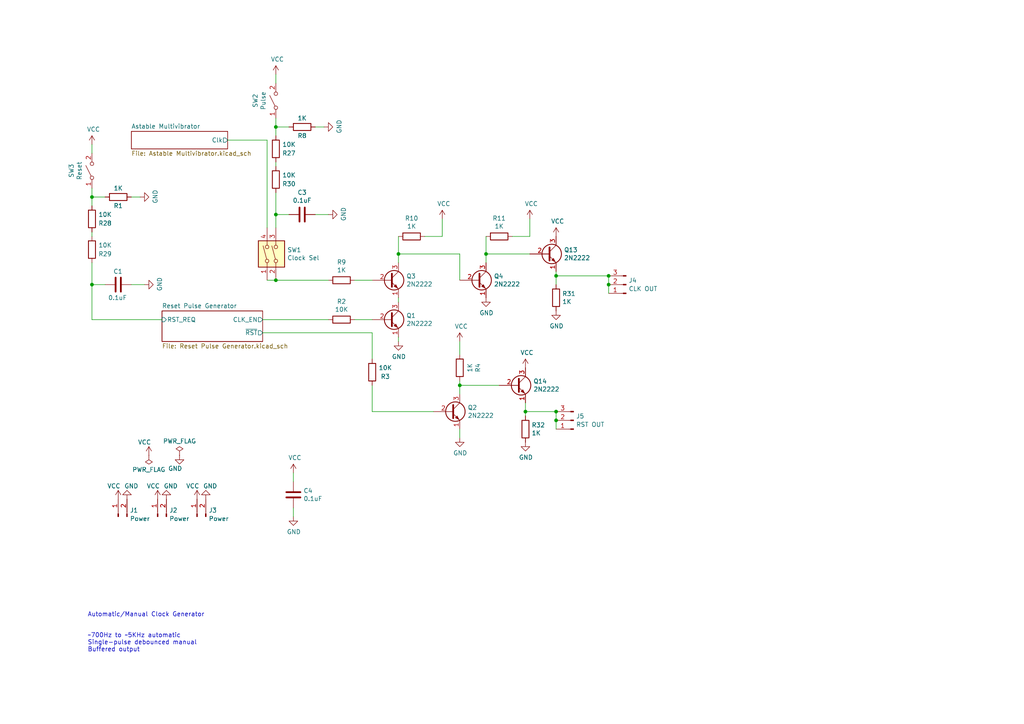
<source format=kicad_sch>
(kicad_sch (version 20230121) (generator eeschema)
  (paper "A4")
  (title_block (title "Clock and Reset Generator") (date "2023-12-04") (rev "2"))
  (lib_symbols
    (symbol "2n2222:2N2222" (pin_names (offset 0) hide)
      (property "Reference" "Q" (at 5.08 1.905 0))
      (property "Value" "2N2222" (at 5.08 0 0))
      (symbol "2N2222_0_1"
        (polyline (pts (xy 0.635 0.635) (xy 2.54 2.54)))
        (polyline (pts (xy 0.635 -0.635) (xy 2.54 -2.54) (xy 2.54 -2.54)))
        (polyline (pts (xy 0.635 1.905) (xy 0.635 -1.905) (xy 0.635 -1.905)) (stroke (width 0.508)))
        (polyline (pts (xy 1.27 -1.778) (xy 1.778 -1.27) (xy 2.286 -2.286) (xy 1.27 -1.778) (xy 1.27 -1.778)) (fill (type outline)))
        (circle (center 1.27 0) (radius 2.8194) (stroke (width 0.254)))
      )
      (symbol "2N2222_1_1"
        (pin passive line (at 2.54 -5.08 90) (length 2.54) (name "E") (number "1"))
        (pin passive line (at -5.08 0 0) (length 5.715) (name "B") (number "2"))
        (pin passive line (at 2.54 5.08 270) (length 2.54) (name "C") (number "3"))
      )
    )
    (symbol "Connector:Conn_01x02_Pin" (pin_names (offset 1.016) hide)
      (property "Reference" "J" (at 0 2.54 0))
      (property "Value" "Conn_01x02_Pin" (at 0 -5.08 0))
      (symbol "Conn_01x02_Pin_1_1"
        (polyline (pts (xy 1.27 -2.54) (xy 0.8636 -2.54)) (stroke (width 0.1524)))
        (polyline (pts (xy 1.27 0) (xy 0.8636 0)) (stroke (width 0.1524)))
        (rectangle (start 0.8636 -2.413) (end 0 -2.667) (stroke (width 0.1524)) (fill (type outline)))
        (rectangle (start 0.8636 0.127) (end 0 -0.127) (stroke (width 0.1524)) (fill (type outline)))
        (pin passive line (at 5.08 0 180) (length 3.81) (name "Pin_1") (number "1"))
        (pin passive line (at 5.08 -2.54 180) (length 3.81) (name "Pin_2") (number "2"))
      )
    )
    (symbol "Connector:Conn_01x03_Pin" (pin_names (offset 1.016) hide)
      (property "Reference" "J" (at 0 5.08 0))
      (property "Value" "Conn_01x03_Pin" (at 0 -5.08 0))
      (symbol "Conn_01x03_Pin_1_1"
        (polyline (pts (xy 1.27 -2.54) (xy 0.8636 -2.54)) (stroke (width 0.1524)))
        (polyline (pts (xy 1.27 0) (xy 0.8636 0)) (stroke (width 0.1524)))
        (polyline (pts (xy 1.27 2.54) (xy 0.8636 2.54)) (stroke (width 0.1524)))
        (rectangle (start 0.8636 -2.413) (end 0 -2.667) (stroke (width 0.1524)) (fill (type outline)))
        (rectangle (start 0.8636 0.127) (end 0 -0.127) (stroke (width 0.1524)) (fill (type outline)))
        (rectangle (start 0.8636 2.667) (end 0 2.413) (stroke (width 0.1524)) (fill (type outline)))
        (pin passive line (at 5.08 2.54 180) (length 3.81) (name "Pin_1") (number "1"))
        (pin passive line (at 5.08 0 180) (length 3.81) (name "Pin_2") (number "2"))
        (pin passive line (at 5.08 -2.54 180) (length 3.81) (name "Pin_3") (number "3"))
      )
    )
    (symbol "Device:C" (pin_numbers hide) (pin_names (offset 0.254))
      (property "Reference" "C" (at 0.635 2.54 0))
      (property "Value" "C" (at 0.635 -2.54 0))
      (symbol "C_0_1"
        (polyline (pts (xy -2.032 -0.762) (xy 2.032 -0.762)) (stroke (width 0.508)))
        (polyline (pts (xy -2.032 0.762) (xy 2.032 0.762)) (stroke (width 0.508)))
      )
      (symbol "C_1_1"
        (pin passive line (at 0 3.81 270) (length 2.794) (name "~") (number "1"))
        (pin passive line (at 0 -3.81 90) (length 2.794) (name "~") (number "2"))
      )
    )
    (symbol "Device:R" (pin_numbers hide) (pin_names (offset 0))
      (property "Reference" "R" (at 2.032 0 90))
      (property "Value" "R" (at 0 0 90))
      (symbol "R_0_1"
        (rectangle (start -1.016 -2.54) (end 1.016 2.54) (stroke (width 0.254)))
      )
      (symbol "R_1_1"
        (pin passive line (at 0 3.81 270) (length 1.27) (name "~") (number "1"))
        (pin passive line (at 0 -3.81 90) (length 1.27) (name "~") (number "2"))
      )
    )
    (symbol "Switch:SW_DIP_x02" (pin_names (offset 0) hide)
      (property "Reference" "SW" (at 0 6.35 0))
      (property "Value" "SW_DIP_x02" (at 0 -3.81 0))
      (symbol "SW_DIP_x02_0_0"
        (circle (center -2.032 0) (radius 0.508))
        (circle (center -2.032 2.54) (radius 0.508))
        (polyline (pts (xy -1.524 0.127) (xy 2.3622 1.1684)))
        (polyline (pts (xy -1.524 2.667) (xy 2.3622 3.7084)))
        (circle (center 2.032 0) (radius 0.508))
        (circle (center 2.032 2.54) (radius 0.508))
      )
      (symbol "SW_DIP_x02_0_1"
        (rectangle (start -3.81 5.08) (end 3.81 -2.54) (stroke (width 0.254)) (fill (type background)))
      )
      (symbol "SW_DIP_x02_1_1"
        (pin passive line (at -7.62 2.54 0) (length 5.08) (name "~") (number "1"))
        (pin passive line (at -7.62 0 0) (length 5.08) (name "~") (number "2"))
        (pin passive line (at 7.62 0 180) (length 5.08) (name "~") (number "3"))
        (pin passive line (at 7.62 2.54 180) (length 5.08) (name "~") (number "4"))
      )
    )
    (symbol "Switch:SW_SPST" (pin_names (offset 0) hide)
      (property "Reference" "SW" (at 0 3.175 0))
      (property "Value" "SW_SPST" (at 0 -2.54 0))
      (symbol "SW_SPST_0_0"
        (circle (center -2.032 0) (radius 0.508))
        (polyline (pts (xy -1.524 0.254) (xy 1.524 1.778)))
        (circle (center 2.032 0) (radius 0.508))
      )
      (symbol "SW_SPST_1_1"
        (pin passive line (at -5.08 0 0) (length 2.54) (name "A") (number "1"))
        (pin passive line (at 5.08 0 180) (length 2.54) (name "B") (number "2"))
      )
    )
    (symbol "power:GND" (power) (pin_names (offset 0))
      (property "Value" "GND" (at 0 -3.81 0))
      (symbol "GND_0_1"
        (polyline (pts (xy 0 0) (xy 0 -1.27) (xy 1.27 -1.27) (xy 0 -2.54) (xy -1.27 -1.27) (xy 0 -1.27)))
      )
      (symbol "GND_1_1"
        (pin power_in line (at 0 0 270) (length 0) hide (name "GND") (number "1"))
      )
    )
    (symbol "power:PWR_FLAG" (power) (pin_numbers hide) (pin_names (offset 0) hide)
      (property "Value" "PWR_FLAG" (at 0 3.81 0))
      (symbol "PWR_FLAG_0_0"
        (pin power_out line (at 0 0 90) (length 0) (name "pwr") (number "1"))
      )
      (symbol "PWR_FLAG_0_1"
        (polyline (pts (xy 0 0) (xy 0 1.27) (xy -1.016 1.905) (xy 0 2.54) (xy 1.016 1.905) (xy 0 1.27)))
      )
    )
    (symbol "power:VCC" (power) (pin_names (offset 0))
      (property "Value" "VCC" (at 0 3.81 0))
      (symbol "VCC_0_1"
        (polyline (pts (xy -0.762 1.27) (xy 0 2.54)))
        (polyline (pts (xy 0 0) (xy 0 2.54)))
        (polyline (pts (xy 0 2.54) (xy 0.762 1.27)))
      )
      (symbol "VCC_1_1"
        (pin power_in line (at 0 0 90) (length 0) hide (name "VCC") (number "1"))
      )
    )
  )
  (junction (at 26.67 57.15))
  (junction (at 176.53 82.55))
  (junction (at 140.97 73.66))
  (junction (at 80.01 36.83))
  (junction (at 80.01 62.23))
  (junction (at 152.4 119.38))
  (junction (at 115.57 73.66))
  (junction (at 161.29 121.92))
  (junction (at 133.35 111.76))
  (junction (at 176.53 80.01))
  (junction (at 80.01 81.28))
  (junction (at 161.29 80.01))
  (junction (at 161.29 119.38))
  (junction (at 26.67 82.55))
  (wire (pts (xy 80.01 62.23) (xy 80.01 66.04)))
  (wire (pts (xy 133.35 73.66) (xy 133.35 81.28)))
  (wire (pts (xy 26.67 82.55) (xy 26.67 92.71)))
  (wire (pts (xy 153.67 73.66) (xy 140.97 73.66)))
  (wire (pts (xy 140.97 73.66) (xy 140.97 68.58)))
  (wire (pts (xy 161.29 121.92) (xy 161.29 124.46)))
  (wire (pts (xy 144.78 111.76) (xy 133.35 111.76)))
  (wire (pts (xy 80.01 36.83) (xy 80.01 39.37)))
  (wire (pts (xy 26.67 57.15) (xy 26.67 59.69)))
  (wire (pts (xy 161.29 119.38) (xy 161.29 121.92)))
  (wire (pts (xy 115.57 76.2) (xy 115.57 73.66)))
  (wire (pts (xy 133.35 111.76) (xy 133.35 110.49)))
  (wire (pts (xy 91.44 62.23) (xy 95.25 62.23)))
  (wire (pts (xy 161.29 80.01) (xy 176.53 80.01)))
  (wire (pts (xy 91.44 36.83) (xy 93.98 36.83)))
  (wire (pts (xy 107.95 119.38) (xy 125.73 119.38)))
  (wire (pts (xy 38.1 82.55) (xy 41.91 82.55)))
  (wire (pts (xy 115.57 73.66) (xy 133.35 73.66)))
  (wire (pts (xy 102.87 81.28) (xy 107.95 81.28)))
  (wire (pts (xy 80.01 46.99) (xy 80.01 48.26)))
  (wire (pts (xy 140.97 76.2) (xy 140.97 73.66)))
  (wire (pts (xy 26.67 41.91) (xy 26.67 44.45)))
  (wire (pts (xy 66.04 40.64) (xy 77.47 40.64)))
  (wire (pts (xy 107.95 96.52) (xy 76.2 96.52)))
  (wire (pts (xy 80.01 36.83) (xy 83.82 36.83)))
  (wire (pts (xy 46.99 92.71) (xy 26.67 92.71)))
  (wire (pts (xy 133.35 127) (xy 133.35 124.46)))
  (wire (pts (xy 176.53 80.01) (xy 176.53 82.55)))
  (wire (pts (xy 80.01 81.28) (xy 95.25 81.28)))
  (wire (pts (xy 133.35 114.3) (xy 133.35 111.76)))
  (wire (pts (xy 133.35 102.87) (xy 133.35 99.06)))
  (wire (pts (xy 115.57 73.66) (xy 115.57 68.58)))
  (wire (pts (xy 77.47 40.64) (xy 77.47 66.04)))
  (wire (pts (xy 153.67 68.58) (xy 153.67 63.5)))
  (wire (pts (xy 128.27 68.58) (xy 128.27 63.5)))
  (wire (pts (xy 85.09 149.86) (xy 85.09 147.32)))
  (wire (pts (xy 26.67 54.61) (xy 26.67 57.15)))
  (wire (pts (xy 152.4 119.38) (xy 152.4 116.84)))
  (wire (pts (xy 26.67 76.2) (xy 26.67 82.55)))
  (wire (pts (xy 102.87 92.71) (xy 107.95 92.71)))
  (wire (pts (xy 115.57 99.06) (xy 115.57 97.79)))
  (wire (pts (xy 161.29 80.01) (xy 161.29 78.74)))
  (wire (pts (xy 152.4 120.65) (xy 152.4 119.38)))
  (wire (pts (xy 26.67 57.15) (xy 30.48 57.15)))
  (wire (pts (xy 26.67 67.31) (xy 26.67 68.58)))
  (wire (pts (xy 77.47 81.28) (xy 80.01 81.28)))
  (wire (pts (xy 80.01 34.29) (xy 80.01 36.83)))
  (wire (pts (xy 80.01 55.88) (xy 80.01 62.23)))
  (wire (pts (xy 76.2 92.71) (xy 95.25 92.71)))
  (wire (pts (xy 152.4 119.38) (xy 161.29 119.38)))
  (wire (pts (xy 107.95 111.76) (xy 107.95 119.38)))
  (wire (pts (xy 38.1 57.15) (xy 40.64 57.15)))
  (wire (pts (xy 107.95 96.52) (xy 107.95 104.14)))
  (wire (pts (xy 26.67 82.55) (xy 30.48 82.55)))
  (wire (pts (xy 115.57 86.36) (xy 115.57 87.63)))
  (wire (pts (xy 85.09 139.7) (xy 85.09 137.16)))
  (wire (pts (xy 148.59 68.58) (xy 153.67 68.58)))
  (wire (pts (xy 80.01 21.59) (xy 80.01 24.13)))
  (wire (pts (xy 80.01 62.23) (xy 83.82 62.23)))
  (wire (pts (xy 123.19 68.58) (xy 128.27 68.58)))
  (wire (pts (xy 176.53 82.55) (xy 176.53 85.09)))
  (wire (pts (xy 161.29 82.55) (xy 161.29 80.01)))
  (text "~700Hz to ~5KHz automatic\nSingle-pulse debounced manual\nBuffered output" (at 25.4 189.23 0) (effects (font (size 1.27 1.27)) (justify left bottom)))
  (text "Automatic/Manual Clock Generator" (at 25.4 179.07 0) (effects (font (size 1.27 1.27)) (justify left bottom)))
  (symbol (lib_id "power:VCC") (at 34.29 144.78 0) (unit 1)
    (property "Reference" "#PWR0101" (effects hide))
    (property "Value" "VCC" (at 33.02 140.97 0))
  )
  (symbol (lib_id "power:VCC") (at 45.72 144.78 0) (unit 1)
    (property "Reference" "#PWR0102" (effects hide))
    (property "Value" "VCC" (at 44.45 140.97 0))
  )
  (symbol (lib_id "power:VCC") (at 57.15 144.78 0) (unit 1)
    (property "Reference" "#PWR0103" (effects hide))
    (property "Value" "VCC" (at 55.88 140.97 0))
  )
  (symbol (lib_id "power:GND") (at 36.83 144.78 180) (unit 1)
    (property "Reference" "#PWR0104" (effects hide))
    (property "Value" "GND" (at 38.1 140.97 0))
  )
  (symbol (lib_id "power:GND") (at 48.26 144.78 180) (unit 1)
    (property "Reference" "#PWR0105" (effects hide))
    (property "Value" "GND" (at 49.53 140.97 0))
  )
  (symbol (lib_id "power:GND") (at 59.69 144.78 180) (unit 1)
    (property "Reference" "#PWR0106" (effects hide))
    (property "Value" "GND" (at 60.96 140.97 0))
  )
  (symbol (lib_id "power:GND") (at 85.09 149.86 0) (unit 1)
    (property "Reference" "#PWR0107" (effects hide))
    (property "Value" "GND" (at 85.217 154.2542 0))
  )
  (symbol (lib_id "power:VCC") (at 85.09 137.16 0) (unit 1)
    (property "Reference" "#PWR0108" (effects hide))
    (property "Value" "VCC" (at 85.5218 132.7658 0))
  )
  (symbol (lib_id "Device:C") (at 85.09 143.51 0) (unit 1)
    (property "Reference" "C4" (at 88.011 142.3416 0) (effects (justify left)))
    (property "Value" "0.1uF" (at 88.011 144.653 0) (effects (justify left)))
    (property "Footprint" "Capacitor_THT:C_Disc_D4.3mm_W1.9mm_P5.00mm" (effects hide))
  )
  (symbol (lib_id "Switch:SW_DIP_x02") (at 80.01 73.66 90) (unit 1)
    (property "Reference" "SW1" (at 83.312 72.4916 90) (effects (justify right)))
    (property "Value" "Clock Sel" (at 83.312 74.803 90) (effects (justify right)))
    (property "Footprint" "Button_Switch_THT:SW_DIP_SPSTx02_Slide_9.78x7.26mm_W7.62mm_P2.54mm" (effects hide))
  )
  (symbol (lib_id "Device:R") (at 99.06 81.28 270) (unit 1)
    (property "Reference" "R9" (at 99.06 76.0222 90))
    (property "Value" "1K" (at 99.06 78.3336 90))
    (property "Footprint" "Resistor_THT:R_Axial_DIN0309_L9.0mm_D3.2mm_P12.70mm_Horizontal" (effects hide))
  )
  (symbol (lib_id "Device:R") (at 119.38 68.58 270) (unit 1)
    (property "Reference" "R10" (at 119.38 63.3222 90))
    (property "Value" "1K" (at 119.38 65.6336 90))
    (property "Footprint" "Resistor_THT:R_Axial_DIN0309_L9.0mm_D3.2mm_P12.70mm_Horizontal" (effects hide))
  )
  (symbol (lib_id "Device:R") (at 144.78 68.58 270) (unit 1)
    (property "Reference" "R11" (at 144.78 63.3222 90))
    (property "Value" "1K" (at 144.78 65.6336 90))
    (property "Footprint" "Resistor_THT:R_Axial_DIN0309_L9.0mm_D3.2mm_P12.70mm_Horizontal" (effects hide))
  )
  (symbol (lib_id "power:VCC") (at 128.27 63.5 0) (unit 1)
    (property "Reference" "#PWR0118" (effects hide))
    (property "Value" "VCC" (at 128.7018 59.1058 0))
  )
  (symbol (lib_id "power:VCC") (at 153.67 63.5 0) (unit 1)
    (property "Reference" "#PWR0119" (effects hide))
    (property "Value" "VCC" (at 154.1018 59.1058 0))
  )
  (symbol (lib_id "power:GND") (at 115.57 99.06 0) (unit 1)
    (property "Reference" "#PWR0120" (effects hide))
    (property "Value" "GND" (at 115.697 103.4542 0))
  )
  (symbol (lib_id "power:GND") (at 140.97 86.36 0) (unit 1)
    (property "Reference" "#PWR0121" (effects hide))
    (property "Value" "GND" (at 141.097 90.7542 0))
  )
  (symbol (lib_id "2n2222:2N2222") (at 113.03 81.28 0) (unit 1)
    (property "Reference" "Q3" (at 117.856 80.1116 0) (effects (justify left)))
    (property "Value" "2N2222" (at 117.856 82.423 0) (effects (justify left)))
    (property "Footprint" "Package_TO_SOT_THT:TO-92_Inline" (effects hide))
    (property "Datasheet" "https://www.fairchildsemi.com/datasheets/2N/2N3904.pdf" (effects hide))
  )
  (symbol (lib_id "2n2222:2N2222") (at 138.43 81.28 0) (unit 1)
    (property "Reference" "Q4" (at 143.256 80.1116 0) (effects (justify left)))
    (property "Value" "2N2222" (at 143.256 82.423 0) (effects (justify left)))
    (property "Footprint" "Package_TO_SOT_THT:TO-92_Inline" (effects hide))
    (property "Datasheet" "https://www.fairchildsemi.com/datasheets/2N/2N3904.pdf" (effects hide))
  )
  (symbol (lib_id "2n2222:2N2222") (at 113.03 92.71 0) (unit 1)
    (property "Reference" "Q1" (at 117.856 91.5416 0) (effects (justify left)))
    (property "Value" "2N2222" (at 117.856 93.853 0) (effects (justify left)))
    (property "Footprint" "Package_TO_SOT_THT:TO-92_Inline" (effects hide))
    (property "Datasheet" "https://www.fairchildsemi.com/datasheets/2N/2N3904.pdf" (effects hide))
  )
  (symbol (lib_id "Device:R") (at 99.06 92.71 270) (unit 1)
    (property "Reference" "R2" (at 99.06 87.4522 90))
    (property "Value" "10K" (at 99.06 89.7636 90))
    (property "Footprint" "Resistor_THT:R_Axial_DIN0309_L9.0mm_D3.2mm_P12.70mm_Horizontal" (effects hide))
  )
  (symbol (lib_id "Device:R") (at 133.35 106.68 180) (unit 1)
    (property "Reference" "R4" (at 138.6078 106.68 90))
    (property "Value" "1K" (at 136.2964 106.68 90))
    (property "Footprint" "Resistor_THT:R_Axial_DIN0309_L9.0mm_D3.2mm_P12.70mm_Horizontal" (effects hide))
  )
  (symbol (lib_id "power:VCC") (at 133.35 99.06 0) (unit 1)
    (property "Reference" "#PWR0111" (effects hide))
    (property "Value" "VCC" (at 133.7818 94.6658 0))
  )
  (symbol (lib_id "2n2222:2N2222") (at 130.81 119.38 0) (unit 1)
    (property "Reference" "Q2" (at 135.636 118.2116 0) (effects (justify left)))
    (property "Value" "2N2222" (at 135.636 120.523 0) (effects (justify left)))
    (property "Footprint" "Package_TO_SOT_THT:TO-92_Inline" (effects hide))
    (property "Datasheet" "https://www.fairchildsemi.com/datasheets/2N/2N3904.pdf" (effects hide))
  )
  (symbol (lib_id "power:GND") (at 133.35 127 0) (unit 1)
    (property "Reference" "#PWR0112" (effects hide))
    (property "Value" "GND" (at 133.477 131.3942 0))
  )
  (symbol (lib_id "Device:R") (at 107.95 107.95 180) (unit 1)
    (property "Reference" "R3" (at 111.76 109.22 0))
    (property "Value" "10K" (at 111.76 106.68 0))
    (property "Footprint" "Resistor_THT:R_Axial_DIN0309_L9.0mm_D3.2mm_P12.70mm_Horizontal" (effects hide))
  )
  (symbol (lib_id "Device:R") (at 26.67 72.39 180) (unit 1)
    (property "Reference" "R29" (at 30.48 73.66 0))
    (property "Value" "10K" (at 30.48 71.12 0))
    (property "Footprint" "Resistor_THT:R_Axial_DIN0309_L9.0mm_D3.2mm_P12.70mm_Horizontal" (effects hide))
  )
  (symbol (lib_id "power:VCC") (at 80.01 21.59 0) (unit 1)
    (property "Reference" "#PWR06" (effects hide))
    (property "Value" "VCC" (at 80.4418 17.1958 0))
  )
  (symbol (lib_id "Device:R") (at 80.01 43.18 180) (unit 1)
    (property "Reference" "R27" (at 83.82 44.45 0))
    (property "Value" "10K" (at 83.82 41.91 0))
    (property "Footprint" "Resistor_THT:R_Axial_DIN0309_L9.0mm_D3.2mm_P12.70mm_Horizontal" (effects hide))
  )
  (symbol (lib_id "power:GND") (at 161.29 90.17 0) (unit 1)
    (property "Reference" "#PWR05" (effects hide))
    (property "Value" "GND" (at 161.417 94.5642 0))
  )
  (symbol (lib_id "Device:R") (at 26.67 63.5 180) (unit 1)
    (property "Reference" "R28" (at 30.48 64.77 0))
    (property "Value" "10K" (at 30.48 62.23 0))
    (property "Footprint" "Resistor_THT:R_Axial_DIN0309_L9.0mm_D3.2mm_P12.70mm_Horizontal" (effects hide))
  )
  (symbol (lib_id "Connector:Conn_01x02_Pin") (at 57.15 149.86 90) (unit 1)
    (property "Reference" "J3" (at 60.5282 148.0129 90) (effects (justify right)))
    (property "Value" "Power" (at 60.5282 150.4371 90) (effects (justify right)))
    (property "Footprint" "Connector_PinHeader_2.54mm:PinHeader_1x02_P2.54mm_Vertical" (effects hide))
  )
  (symbol (lib_id "Connector:Conn_01x03_Pin") (at 181.61 82.55 180) (unit 1)
    (property "Reference" "J4" (at 182.3212 81.3379 0) (effects (justify right)))
    (property "Value" "CLK OUT" (at 182.3212 83.7621 0) (effects (justify right)))
    (property "Footprint" "Connector_PinHeader_2.54mm:PinHeader_1x03_P2.54mm_Vertical" (effects hide))
  )
  (symbol (lib_id "power:VCC") (at 43.18 132.08 0) (unit 1)
    (property "Reference" "#PWR011" (effects hide))
    (property "Value" "VCC" (at 41.91 128.27 0))
  )
  (symbol (lib_id "power:VCC") (at 152.4 106.68 0) (unit 1)
    (property "Reference" "#PWR09" (effects hide))
    (property "Value" "VCC" (at 152.8318 102.2858 0))
  )
  (symbol (lib_id "power:VCC") (at 161.29 68.58 0) (unit 1)
    (property "Reference" "#PWR01" (effects hide))
    (property "Value" "VCC" (at 161.7218 64.1858 0))
  )
  (symbol (lib_id "Connector:Conn_01x02_Pin") (at 34.29 149.86 90) (unit 1)
    (property "Reference" "J1" (at 37.6682 148.0129 90) (effects (justify right)))
    (property "Value" "Power" (at 37.6682 150.4371 90) (effects (justify right)))
    (property "Footprint" "Connector_PinHeader_2.54mm:PinHeader_1x02_P2.54mm_Vertical" (effects hide))
  )
  (symbol (lib_id "2n2222:2N2222") (at 149.86 111.76 0) (unit 1)
    (property "Reference" "Q14" (at 154.686 110.5916 0) (effects (justify left)))
    (property "Value" "2N2222" (at 154.686 112.903 0) (effects (justify left)))
    (property "Footprint" "Package_TO_SOT_THT:TO-92_Inline" (effects hide))
    (property "Datasheet" "https://www.fairchildsemi.com/datasheets/2N/2N3904.pdf" (effects hide))
  )
  (symbol (lib_id "power:GND") (at 93.98 36.83 90) (unit 1)
    (property "Reference" "#PWR07" (effects hide))
    (property "Value" "GND" (at 98.3742 36.703 0))
  )
  (symbol (lib_id "power:PWR_FLAG") (at 43.18 132.08 180) (unit 1)
    (property "Reference" "#FLG01" (effects hide))
    (property "Value" "PWR_FLAG" (at 43.18 136.2131 0))
  )
  (symbol (lib_id "Switch:SW_SPST") (at 26.67 49.53 90) (unit 1)
    (property "Reference" "SW3" (at 20.701 49.53 0))
    (property "Value" "Reset" (at 23.0124 49.53 0))
    (property "Footprint" "Button_Switch_THT:SW_PUSH_6mm_H5mm" (effects hide))
  )
  (symbol (lib_id "power:GND") (at 41.91 82.55 90) (unit 1)
    (property "Reference" "#PWR04" (effects hide))
    (property "Value" "GND" (at 46.3042 82.423 0))
  )
  (symbol (lib_id "2n2222:2N2222") (at 158.75 73.66 0) (unit 1)
    (property "Reference" "Q13" (at 163.576 72.4916 0) (effects (justify left)))
    (property "Value" "2N2222" (at 163.576 74.803 0) (effects (justify left)))
    (property "Footprint" "Package_TO_SOT_THT:TO-92_Inline" (effects hide))
    (property "Datasheet" "https://www.fairchildsemi.com/datasheets/2N/2N3904.pdf" (effects hide))
  )
  (symbol (lib_id "Switch:SW_SPST") (at 80.01 29.21 90) (unit 1)
    (property "Reference" "SW2" (at 74.041 29.21 0))
    (property "Value" "Pulse" (at 76.3524 29.21 0))
    (property "Footprint" "Button_Switch_THT:SW_PUSH_6mm_H5mm" (effects hide))
  )
  (symbol (lib_id "power:GND") (at 152.4 128.27 0) (unit 1)
    (property "Reference" "#PWR010" (effects hide))
    (property "Value" "GND" (at 152.527 132.6642 0))
  )
  (symbol (lib_id "power:GND") (at 52.07 132.08 0) (unit 1)
    (property "Reference" "#PWR012" (effects hide))
    (property "Value" "GND" (at 50.8 135.89 0))
  )
  (symbol (lib_id "power:GND") (at 40.64 57.15 90) (unit 1)
    (property "Reference" "#PWR03" (effects hide))
    (property "Value" "GND" (at 45.0342 57.023 0))
  )
  (symbol (lib_id "Device:C") (at 34.29 82.55 90) (unit 1)
    (property "Reference" "C1" (at 35.56 78.74 90) (effects (justify left)))
    (property "Value" "0.1uF" (at 36.83 86.36 90) (effects (justify left)))
    (property "Footprint" "Capacitor_THT:C_Disc_D4.3mm_W1.9mm_P5.00mm" (effects hide))
  )
  (symbol (lib_id "Device:R") (at 34.29 57.15 270) (unit 1)
    (property "Reference" "R1" (at 34.29 59.69 90))
    (property "Value" "1K" (at 34.29 54.61 90))
    (property "Footprint" "Resistor_THT:R_Axial_DIN0309_L9.0mm_D3.2mm_P12.70mm_Horizontal" (effects hide))
  )
  (symbol (lib_id "Connector:Conn_01x02_Pin") (at 45.72 149.86 90) (unit 1)
    (property "Reference" "J2" (at 49.0982 148.0129 90) (effects (justify right)))
    (property "Value" "Power" (at 49.0982 150.4371 90) (effects (justify right)))
    (property "Footprint" "Connector_PinHeader_2.54mm:PinHeader_1x02_P2.54mm_Vertical" (effects hide))
  )
  (symbol (lib_id "Device:R") (at 80.01 52.07 180) (unit 1)
    (property "Reference" "R30" (at 83.82 53.34 0))
    (property "Value" "10K" (at 83.82 50.8 0))
    (property "Footprint" "Resistor_THT:R_Axial_DIN0309_L9.0mm_D3.2mm_P12.70mm_Horizontal" (effects hide))
  )
  (symbol (lib_id "Connector:Conn_01x03_Pin") (at 166.37 121.92 180) (unit 1)
    (property "Reference" "J5" (at 167.0812 120.7079 0) (effects (justify right)))
    (property "Value" "RST OUT" (at 167.0812 123.1321 0) (effects (justify right)))
    (property "Footprint" "Connector_PinHeader_2.54mm:PinHeader_1x03_P2.54mm_Vertical" (effects hide))
  )
  (symbol (lib_id "power:PWR_FLAG") (at 52.07 132.08 0) (unit 1)
    (property "Reference" "#FLG02" (effects hide))
    (property "Value" "PWR_FLAG" (at 52.07 127.9469 0))
  )
  (symbol (lib_id "Device:R") (at 87.63 36.83 270) (unit 1)
    (property "Reference" "R8" (at 87.63 39.37 90))
    (property "Value" "1K" (at 87.63 34.29 90))
    (property "Footprint" "Resistor_THT:R_Axial_DIN0309_L9.0mm_D3.2mm_P12.70mm_Horizontal" (effects hide))
  )
  (symbol (lib_id "power:VCC") (at 26.67 41.91 0) (unit 1)
    (property "Reference" "#PWR02" (effects hide))
    (property "Value" "VCC" (at 27.1018 37.5158 0))
  )
  (symbol (lib_id "Device:C") (at 87.63 62.23 270) (unit 1)
    (property "Reference" "C3" (at 87.63 55.8292 90))
    (property "Value" "0.1uF" (at 87.63 58.1406 90))
    (property "Footprint" "Capacitor_THT:C_Disc_D4.3mm_W1.9mm_P5.00mm" (effects hide))
  )
  (symbol (lib_id "Device:R") (at 152.4 124.46 0) (unit 1)
    (property "Reference" "R32" (at 154.178 123.2916 0) (effects (justify left)))
    (property "Value" "1K" (at 154.178 125.603 0) (effects (justify left)))
    (property "Footprint" "Resistor_THT:R_Axial_DIN0309_L9.0mm_D3.2mm_P12.70mm_Horizontal" (effects hide))
  )
  (symbol (lib_id "power:GND") (at 95.25 62.23 90) (unit 1)
    (property "Reference" "#PWR08" (effects hide))
    (property "Value" "GND" (at 99.6442 62.103 0))
  )
  (symbol (lib_id "Device:R") (at 161.29 86.36 0) (unit 1)
    (property "Reference" "R31" (at 163.068 85.1916 0) (effects (justify left)))
    (property "Value" "1K" (at 163.068 87.503 0) (effects (justify left)))
    (property "Footprint" "Resistor_THT:R_Axial_DIN0309_L9.0mm_D3.2mm_P12.70mm_Horizontal" (effects hide))
  )
  (sheet (at 38.1 38.1) (size 27.94 5.08)
    (property "Sheetname" "Astable Multivibrator" (at 38.1 37.3884 0) (effects (justify left bottom)))
    (property "Sheetfile" "Astable Multivibrator.kicad_sch" (at 38.1 43.7646 0) (effects (justify left top)))
    (pin "Clk" output (at 66.04 40.64 0))
  )
  (sheet (at 46.99 90.17) (size 29.21 8.89)
    (property "Sheetname" "Reset Pulse Generator" (at 46.99 89.4584 0) (effects (justify left bottom)))
    (property "Sheetfile" "Reset Pulse Generator.kicad_sch" (at 46.99 99.6446 0) (effects (justify left top)))
    (pin "RST_REQ" input (at 46.99 92.71 180))
    (pin "CLK_EN" output (at 76.2 92.71 0))
    (pin "~{RST}" output (at 76.2 96.52 0))
  )
)
</source>
